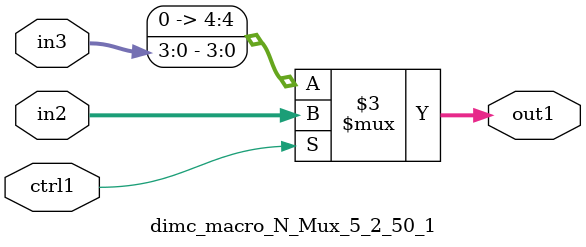
<source format=v>

`timescale 1ps / 1ps


module dimc_macro_N_Mux_5_2_50_1( in3, in2, ctrl1, out1 );

    input [3:0] in3;
    input [4:0] in2;
    input ctrl1;
    output [4:0] out1;
    reg [4:0] out1;

    
    // rtl_process:dimc_macro_N_Mux_5_2_50_1/dimc_macro_N_Mux_5_2_50_1_thread_1
    always @*
      begin : dimc_macro_N_Mux_5_2_50_1_thread_1
        case (ctrl1) 
          1'b1: 
            begin
              out1 = in2;
            end
          default: 
            begin
              out1 = {1'b0, in3};
            end
        endcase
      end

endmodule


</source>
